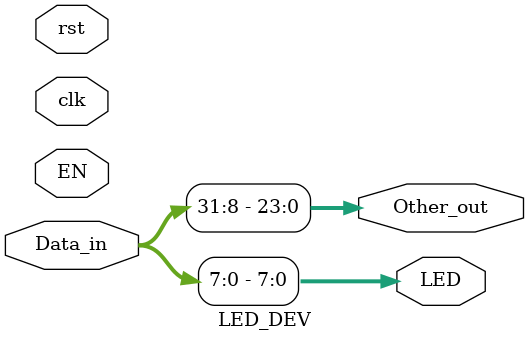
<source format=v>
`timescale 1ns / 1ps

module LED_DEV(
		input clk,
		input rst,
		input EN,
		input [31:0] Data_in,
		output [7:0] LED,
		output [31:8] Other_out
		);

	assign LED[7:0] =  Data_in[7:0];			//LED[7]=SW[1], LED[0]=Cout
	assign Other_out = Data_in[31:8];

endmodule

</source>
